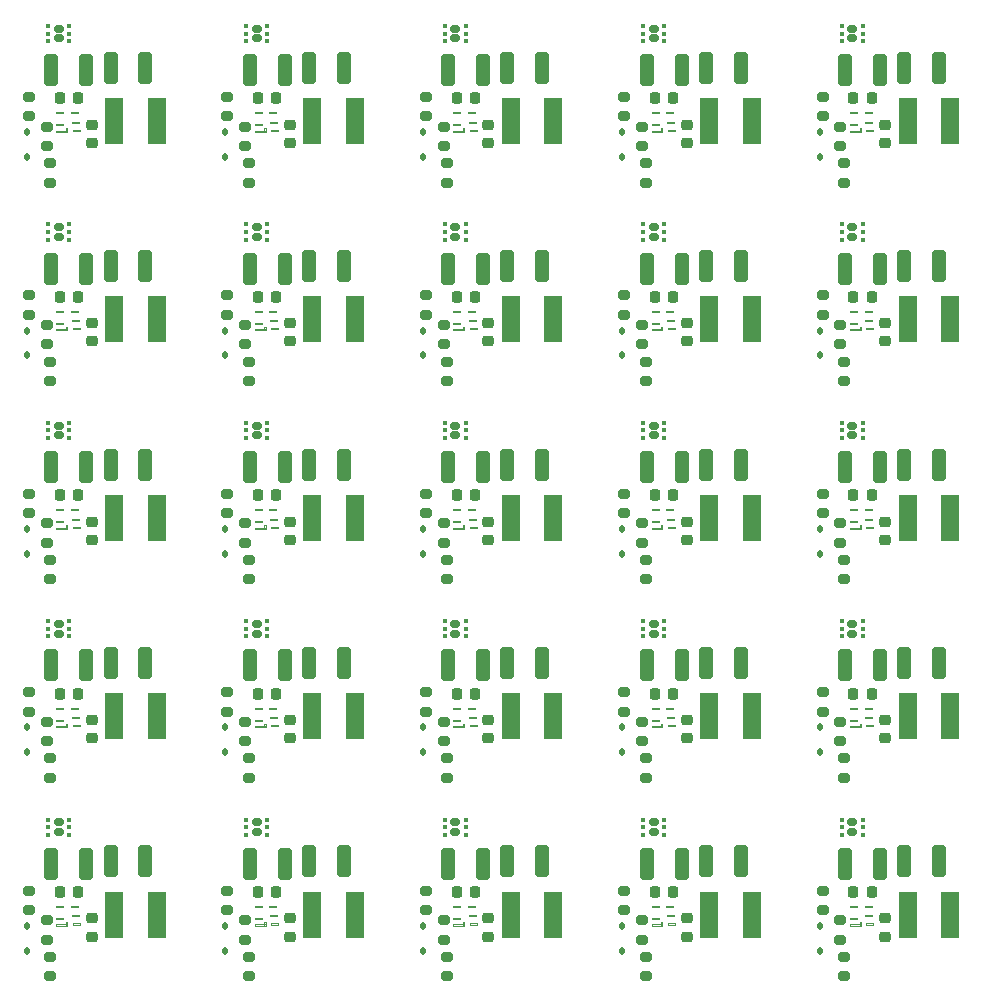
<source format=gtp>
G04 #@! TF.GenerationSoftware,KiCad,Pcbnew,7.0.9*
G04 #@! TF.CreationDate,2024-01-02T20:31:58+01:00*
G04 #@! TF.ProjectId,Nutzen,4e75747a-656e-42e6-9b69-6361645f7063,rev?*
G04 #@! TF.SameCoordinates,Original*
G04 #@! TF.FileFunction,Paste,Top*
G04 #@! TF.FilePolarity,Positive*
%FSLAX46Y46*%
G04 Gerber Fmt 4.6, Leading zero omitted, Abs format (unit mm)*
G04 Created by KiCad (PCBNEW 7.0.9) date 2024-01-02 20:31:58*
%MOMM*%
%LPD*%
G01*
G04 APERTURE LIST*
G04 Aperture macros list*
%AMRoundRect*
0 Rectangle with rounded corners*
0 $1 Rounding radius*
0 $2 $3 $4 $5 $6 $7 $8 $9 X,Y pos of 4 corners*
0 Add a 4 corners polygon primitive as box body*
4,1,4,$2,$3,$4,$5,$6,$7,$8,$9,$2,$3,0*
0 Add four circle primitives for the rounded corners*
1,1,$1+$1,$2,$3*
1,1,$1+$1,$4,$5*
1,1,$1+$1,$6,$7*
1,1,$1+$1,$8,$9*
0 Add four rect primitives between the rounded corners*
20,1,$1+$1,$2,$3,$4,$5,0*
20,1,$1+$1,$4,$5,$6,$7,0*
20,1,$1+$1,$6,$7,$8,$9,0*
20,1,$1+$1,$8,$9,$2,$3,0*%
G04 Aperture macros list end*
%ADD10C,0.100000*%
%ADD11RoundRect,0.225000X0.250000X-0.225000X0.250000X0.225000X-0.250000X0.225000X-0.250000X-0.225000X0*%
%ADD12RoundRect,0.225000X-0.225000X-0.250000X0.225000X-0.250000X0.225000X0.250000X-0.225000X0.250000X0*%
%ADD13RoundRect,0.250000X-0.325000X-1.100000X0.325000X-1.100000X0.325000X1.100000X-0.325000X1.100000X0*%
%ADD14RoundRect,0.200000X0.275000X-0.200000X0.275000X0.200000X-0.275000X0.200000X-0.275000X-0.200000X0*%
%ADD15RoundRect,0.050000X0.250000X0.050000X-0.250000X0.050000X-0.250000X-0.050000X0.250000X-0.050000X0*%
%ADD16RoundRect,0.050000X0.300000X0.050000X-0.300000X0.050000X-0.300000X-0.050000X0.300000X-0.050000X0*%
%ADD17RoundRect,0.160000X-0.245000X-0.160000X0.245000X-0.160000X0.245000X0.160000X-0.245000X0.160000X0*%
%ADD18RoundRect,0.093750X-0.093750X-0.106250X0.093750X-0.106250X0.093750X0.106250X-0.093750X0.106250X0*%
%ADD19RoundRect,0.112500X-0.112500X0.187500X-0.112500X-0.187500X0.112500X-0.187500X0.112500X0.187500X0*%
%ADD20RoundRect,0.200000X-0.275000X0.200000X-0.275000X-0.200000X0.275000X-0.200000X0.275000X0.200000X0*%
%ADD21R,1.500000X4.000000*%
G04 APERTURE END LIST*
D10*
X143350000Y-120500000D02*
X142750000Y-120500000D01*
X143350000Y-120400000D02*
X143350000Y-120500000D01*
X142750000Y-120500000D02*
X142750000Y-120400000D01*
X142750000Y-120400000D02*
X143350000Y-120400000D01*
X142275000Y-120575000D02*
X141375000Y-120575000D01*
X142275000Y-120275000D02*
X142275000Y-120575000D01*
X142175000Y-120575000D02*
X142175000Y-120275000D01*
X142175000Y-120275000D02*
X142275000Y-120275000D01*
X141375000Y-120575000D02*
X141375000Y-120475000D01*
X141375000Y-120475000D02*
X142275000Y-120475000D01*
X143350000Y-103700000D02*
X142750000Y-103700000D01*
X143350000Y-103600000D02*
X143350000Y-103700000D01*
X142750000Y-103700000D02*
X142750000Y-103600000D01*
X142750000Y-103600000D02*
X143350000Y-103600000D01*
X142275000Y-103775000D02*
X141375000Y-103775000D01*
X142275000Y-103475000D02*
X142275000Y-103775000D01*
X142175000Y-103775000D02*
X142175000Y-103475000D01*
X142175000Y-103475000D02*
X142275000Y-103475000D01*
X141375000Y-103775000D02*
X141375000Y-103675000D01*
X141375000Y-103675000D02*
X142275000Y-103675000D01*
X143350000Y-86900000D02*
X142750000Y-86900000D01*
X143350000Y-86800000D02*
X143350000Y-86900000D01*
X142750000Y-86900000D02*
X142750000Y-86800000D01*
X142750000Y-86800000D02*
X143350000Y-86800000D01*
X142275000Y-86975000D02*
X141375000Y-86975000D01*
X142275000Y-86675000D02*
X142275000Y-86975000D01*
X142175000Y-86975000D02*
X142175000Y-86675000D01*
X142175000Y-86675000D02*
X142275000Y-86675000D01*
X141375000Y-86975000D02*
X141375000Y-86875000D01*
X141375000Y-86875000D02*
X142275000Y-86875000D01*
X143350000Y-70100000D02*
X142750000Y-70100000D01*
X143350000Y-70000000D02*
X143350000Y-70100000D01*
X142750000Y-70100000D02*
X142750000Y-70000000D01*
X142750000Y-70000000D02*
X143350000Y-70000000D01*
X142275000Y-70175000D02*
X141375000Y-70175000D01*
X142275000Y-69875000D02*
X142275000Y-70175000D01*
X142175000Y-70175000D02*
X142175000Y-69875000D01*
X142175000Y-69875000D02*
X142275000Y-69875000D01*
X141375000Y-70175000D02*
X141375000Y-70075000D01*
X141375000Y-70075000D02*
X142275000Y-70075000D01*
X143350000Y-53300000D02*
X142750000Y-53300000D01*
X143350000Y-53200000D02*
X143350000Y-53300000D01*
X142750000Y-53300000D02*
X142750000Y-53200000D01*
X142750000Y-53200000D02*
X143350000Y-53200000D01*
X142275000Y-53375000D02*
X141375000Y-53375000D01*
X142275000Y-53075000D02*
X142275000Y-53375000D01*
X142175000Y-53375000D02*
X142175000Y-53075000D01*
X142175000Y-53075000D02*
X142275000Y-53075000D01*
X141375000Y-53375000D02*
X141375000Y-53275000D01*
X141375000Y-53275000D02*
X142275000Y-53275000D01*
X126550000Y-120500000D02*
X125950000Y-120500000D01*
X126550000Y-120400000D02*
X126550000Y-120500000D01*
X125950000Y-120500000D02*
X125950000Y-120400000D01*
X125950000Y-120400000D02*
X126550000Y-120400000D01*
X125475000Y-120575000D02*
X124575000Y-120575000D01*
X125475000Y-120275000D02*
X125475000Y-120575000D01*
X125375000Y-120575000D02*
X125375000Y-120275000D01*
X125375000Y-120275000D02*
X125475000Y-120275000D01*
X124575000Y-120575000D02*
X124575000Y-120475000D01*
X124575000Y-120475000D02*
X125475000Y-120475000D01*
X126550000Y-103700000D02*
X125950000Y-103700000D01*
X126550000Y-103600000D02*
X126550000Y-103700000D01*
X125950000Y-103700000D02*
X125950000Y-103600000D01*
X125950000Y-103600000D02*
X126550000Y-103600000D01*
X125475000Y-103775000D02*
X124575000Y-103775000D01*
X125475000Y-103475000D02*
X125475000Y-103775000D01*
X125375000Y-103775000D02*
X125375000Y-103475000D01*
X125375000Y-103475000D02*
X125475000Y-103475000D01*
X124575000Y-103775000D02*
X124575000Y-103675000D01*
X124575000Y-103675000D02*
X125475000Y-103675000D01*
X126550000Y-86900000D02*
X125950000Y-86900000D01*
X126550000Y-86800000D02*
X126550000Y-86900000D01*
X125950000Y-86900000D02*
X125950000Y-86800000D01*
X125950000Y-86800000D02*
X126550000Y-86800000D01*
X125475000Y-86975000D02*
X124575000Y-86975000D01*
X125475000Y-86675000D02*
X125475000Y-86975000D01*
X125375000Y-86975000D02*
X125375000Y-86675000D01*
X125375000Y-86675000D02*
X125475000Y-86675000D01*
X124575000Y-86975000D02*
X124575000Y-86875000D01*
X124575000Y-86875000D02*
X125475000Y-86875000D01*
X126550000Y-70100000D02*
X125950000Y-70100000D01*
X126550000Y-70000000D02*
X126550000Y-70100000D01*
X125950000Y-70100000D02*
X125950000Y-70000000D01*
X125950000Y-70000000D02*
X126550000Y-70000000D01*
X125475000Y-70175000D02*
X124575000Y-70175000D01*
X125475000Y-69875000D02*
X125475000Y-70175000D01*
X125375000Y-70175000D02*
X125375000Y-69875000D01*
X125375000Y-69875000D02*
X125475000Y-69875000D01*
X124575000Y-70175000D02*
X124575000Y-70075000D01*
X124575000Y-70075000D02*
X125475000Y-70075000D01*
X126550000Y-53300000D02*
X125950000Y-53300000D01*
X126550000Y-53200000D02*
X126550000Y-53300000D01*
X125950000Y-53300000D02*
X125950000Y-53200000D01*
X125950000Y-53200000D02*
X126550000Y-53200000D01*
X125475000Y-53375000D02*
X124575000Y-53375000D01*
X125475000Y-53075000D02*
X125475000Y-53375000D01*
X125375000Y-53375000D02*
X125375000Y-53075000D01*
X125375000Y-53075000D02*
X125475000Y-53075000D01*
X124575000Y-53375000D02*
X124575000Y-53275000D01*
X124575000Y-53275000D02*
X125475000Y-53275000D01*
X109750000Y-120500000D02*
X109150000Y-120500000D01*
X109750000Y-120400000D02*
X109750000Y-120500000D01*
X109150000Y-120500000D02*
X109150000Y-120400000D01*
X109150000Y-120400000D02*
X109750000Y-120400000D01*
X108675000Y-120575000D02*
X107775000Y-120575000D01*
X108675000Y-120275000D02*
X108675000Y-120575000D01*
X108575000Y-120575000D02*
X108575000Y-120275000D01*
X108575000Y-120275000D02*
X108675000Y-120275000D01*
X107775000Y-120575000D02*
X107775000Y-120475000D01*
X107775000Y-120475000D02*
X108675000Y-120475000D01*
X109750000Y-103700000D02*
X109150000Y-103700000D01*
X109750000Y-103600000D02*
X109750000Y-103700000D01*
X109150000Y-103700000D02*
X109150000Y-103600000D01*
X109150000Y-103600000D02*
X109750000Y-103600000D01*
X108675000Y-103775000D02*
X107775000Y-103775000D01*
X108675000Y-103475000D02*
X108675000Y-103775000D01*
X108575000Y-103775000D02*
X108575000Y-103475000D01*
X108575000Y-103475000D02*
X108675000Y-103475000D01*
X107775000Y-103775000D02*
X107775000Y-103675000D01*
X107775000Y-103675000D02*
X108675000Y-103675000D01*
X109750000Y-86900000D02*
X109150000Y-86900000D01*
X109750000Y-86800000D02*
X109750000Y-86900000D01*
X109150000Y-86900000D02*
X109150000Y-86800000D01*
X109150000Y-86800000D02*
X109750000Y-86800000D01*
X108675000Y-86975000D02*
X107775000Y-86975000D01*
X108675000Y-86675000D02*
X108675000Y-86975000D01*
X108575000Y-86975000D02*
X108575000Y-86675000D01*
X108575000Y-86675000D02*
X108675000Y-86675000D01*
X107775000Y-86975000D02*
X107775000Y-86875000D01*
X107775000Y-86875000D02*
X108675000Y-86875000D01*
X109750000Y-70100000D02*
X109150000Y-70100000D01*
X109750000Y-70000000D02*
X109750000Y-70100000D01*
X109150000Y-70100000D02*
X109150000Y-70000000D01*
X109150000Y-70000000D02*
X109750000Y-70000000D01*
X108675000Y-70175000D02*
X107775000Y-70175000D01*
X108675000Y-69875000D02*
X108675000Y-70175000D01*
X108575000Y-70175000D02*
X108575000Y-69875000D01*
X108575000Y-69875000D02*
X108675000Y-69875000D01*
X107775000Y-70175000D02*
X107775000Y-70075000D01*
X107775000Y-70075000D02*
X108675000Y-70075000D01*
X109750000Y-53300000D02*
X109150000Y-53300000D01*
X109750000Y-53200000D02*
X109750000Y-53300000D01*
X109150000Y-53300000D02*
X109150000Y-53200000D01*
X109150000Y-53200000D02*
X109750000Y-53200000D01*
X108675000Y-53375000D02*
X107775000Y-53375000D01*
X108675000Y-53075000D02*
X108675000Y-53375000D01*
X108575000Y-53375000D02*
X108575000Y-53075000D01*
X108575000Y-53075000D02*
X108675000Y-53075000D01*
X107775000Y-53375000D02*
X107775000Y-53275000D01*
X107775000Y-53275000D02*
X108675000Y-53275000D01*
X92950000Y-120500000D02*
X92350000Y-120500000D01*
X92950000Y-120400000D02*
X92950000Y-120500000D01*
X92350000Y-120500000D02*
X92350000Y-120400000D01*
X92350000Y-120400000D02*
X92950000Y-120400000D01*
X91875000Y-120575000D02*
X90975000Y-120575000D01*
X91875000Y-120275000D02*
X91875000Y-120575000D01*
X91775000Y-120575000D02*
X91775000Y-120275000D01*
X91775000Y-120275000D02*
X91875000Y-120275000D01*
X90975000Y-120575000D02*
X90975000Y-120475000D01*
X90975000Y-120475000D02*
X91875000Y-120475000D01*
X92950000Y-103700000D02*
X92350000Y-103700000D01*
X92950000Y-103600000D02*
X92950000Y-103700000D01*
X92350000Y-103700000D02*
X92350000Y-103600000D01*
X92350000Y-103600000D02*
X92950000Y-103600000D01*
X91875000Y-103775000D02*
X90975000Y-103775000D01*
X91875000Y-103475000D02*
X91875000Y-103775000D01*
X91775000Y-103775000D02*
X91775000Y-103475000D01*
X91775000Y-103475000D02*
X91875000Y-103475000D01*
X90975000Y-103775000D02*
X90975000Y-103675000D01*
X90975000Y-103675000D02*
X91875000Y-103675000D01*
X92950000Y-86900000D02*
X92350000Y-86900000D01*
X92950000Y-86800000D02*
X92950000Y-86900000D01*
X92350000Y-86900000D02*
X92350000Y-86800000D01*
X92350000Y-86800000D02*
X92950000Y-86800000D01*
X91875000Y-86975000D02*
X90975000Y-86975000D01*
X91875000Y-86675000D02*
X91875000Y-86975000D01*
X91775000Y-86975000D02*
X91775000Y-86675000D01*
X91775000Y-86675000D02*
X91875000Y-86675000D01*
X90975000Y-86975000D02*
X90975000Y-86875000D01*
X90975000Y-86875000D02*
X91875000Y-86875000D01*
X92950000Y-70100000D02*
X92350000Y-70100000D01*
X92950000Y-70000000D02*
X92950000Y-70100000D01*
X92350000Y-70100000D02*
X92350000Y-70000000D01*
X92350000Y-70000000D02*
X92950000Y-70000000D01*
X91875000Y-70175000D02*
X90975000Y-70175000D01*
X91875000Y-69875000D02*
X91875000Y-70175000D01*
X91775000Y-70175000D02*
X91775000Y-69875000D01*
X91775000Y-69875000D02*
X91875000Y-69875000D01*
X90975000Y-70175000D02*
X90975000Y-70075000D01*
X90975000Y-70075000D02*
X91875000Y-70075000D01*
X92950000Y-53300000D02*
X92350000Y-53300000D01*
X92950000Y-53200000D02*
X92950000Y-53300000D01*
X92350000Y-53300000D02*
X92350000Y-53200000D01*
X92350000Y-53200000D02*
X92950000Y-53200000D01*
X91875000Y-53375000D02*
X90975000Y-53375000D01*
X91875000Y-53075000D02*
X91875000Y-53375000D01*
X91775000Y-53375000D02*
X91775000Y-53075000D01*
X91775000Y-53075000D02*
X91875000Y-53075000D01*
X90975000Y-53375000D02*
X90975000Y-53275000D01*
X90975000Y-53275000D02*
X91875000Y-53275000D01*
X76150000Y-120500000D02*
X75550000Y-120500000D01*
X76150000Y-120400000D02*
X76150000Y-120500000D01*
X75550000Y-120500000D02*
X75550000Y-120400000D01*
X75550000Y-120400000D02*
X76150000Y-120400000D01*
X75075000Y-120575000D02*
X74175000Y-120575000D01*
X75075000Y-120275000D02*
X75075000Y-120575000D01*
X74975000Y-120575000D02*
X74975000Y-120275000D01*
X74975000Y-120275000D02*
X75075000Y-120275000D01*
X74175000Y-120575000D02*
X74175000Y-120475000D01*
X74175000Y-120475000D02*
X75075000Y-120475000D01*
X76150000Y-103700000D02*
X75550000Y-103700000D01*
X76150000Y-103600000D02*
X76150000Y-103700000D01*
X75550000Y-103700000D02*
X75550000Y-103600000D01*
X75550000Y-103600000D02*
X76150000Y-103600000D01*
X75075000Y-103775000D02*
X74175000Y-103775000D01*
X75075000Y-103475000D02*
X75075000Y-103775000D01*
X74975000Y-103775000D02*
X74975000Y-103475000D01*
X74975000Y-103475000D02*
X75075000Y-103475000D01*
X74175000Y-103775000D02*
X74175000Y-103675000D01*
X74175000Y-103675000D02*
X75075000Y-103675000D01*
X76150000Y-86900000D02*
X75550000Y-86900000D01*
X76150000Y-86800000D02*
X76150000Y-86900000D01*
X75550000Y-86900000D02*
X75550000Y-86800000D01*
X75550000Y-86800000D02*
X76150000Y-86800000D01*
X75075000Y-86975000D02*
X74175000Y-86975000D01*
X75075000Y-86675000D02*
X75075000Y-86975000D01*
X74975000Y-86975000D02*
X74975000Y-86675000D01*
X74975000Y-86675000D02*
X75075000Y-86675000D01*
X74175000Y-86975000D02*
X74175000Y-86875000D01*
X74175000Y-86875000D02*
X75075000Y-86875000D01*
X76150000Y-70100000D02*
X75550000Y-70100000D01*
X76150000Y-70000000D02*
X76150000Y-70100000D01*
X75550000Y-70100000D02*
X75550000Y-70000000D01*
X75550000Y-70000000D02*
X76150000Y-70000000D01*
X75075000Y-70175000D02*
X74175000Y-70175000D01*
X75075000Y-69875000D02*
X75075000Y-70175000D01*
X74975000Y-70175000D02*
X74975000Y-69875000D01*
X74975000Y-69875000D02*
X75075000Y-69875000D01*
X74175000Y-70175000D02*
X74175000Y-70075000D01*
X74175000Y-70075000D02*
X75075000Y-70075000D01*
X76150000Y-53300000D02*
X75550000Y-53300000D01*
X76150000Y-53200000D02*
X76150000Y-53300000D01*
X75550000Y-53300000D02*
X75550000Y-53200000D01*
X75550000Y-53200000D02*
X76150000Y-53200000D01*
X75075000Y-53375000D02*
X74175000Y-53375000D01*
X75075000Y-53075000D02*
X75075000Y-53375000D01*
X74975000Y-53375000D02*
X74975000Y-53075000D01*
X74975000Y-53075000D02*
X75075000Y-53075000D01*
X74175000Y-53375000D02*
X74175000Y-53275000D01*
X74175000Y-53275000D02*
X75075000Y-53275000D01*
D11*
X144350000Y-121525000D03*
X144350000Y-119975000D03*
D12*
X141650000Y-117750000D03*
X143200000Y-117750000D03*
D13*
X145950000Y-115150000D03*
X148900000Y-115150000D03*
D14*
X140550000Y-121775000D03*
X140550000Y-120125000D03*
D15*
X143000000Y-119800000D03*
D16*
X142950000Y-119000000D03*
D15*
X141700000Y-119000000D03*
X141700000Y-120025000D03*
D13*
X140950000Y-115350000D03*
X143900000Y-115350000D03*
D17*
X141550000Y-111850000D03*
X141550000Y-112650000D03*
D18*
X140662500Y-111600000D03*
X140662500Y-112250000D03*
X140662500Y-112900000D03*
X142437500Y-112900000D03*
X142437500Y-112250000D03*
X142437500Y-111600000D03*
D19*
X138850000Y-120600000D03*
X138850000Y-122700000D03*
D14*
X140850000Y-124875000D03*
X140850000Y-123225000D03*
D20*
X139050000Y-117625000D03*
X139050000Y-119275000D03*
D14*
X140550000Y-104975000D03*
X140550000Y-103325000D03*
D13*
X140950000Y-98550000D03*
X143900000Y-98550000D03*
D12*
X141650000Y-100950000D03*
X143200000Y-100950000D03*
D13*
X145950000Y-98350000D03*
X148900000Y-98350000D03*
D11*
X144350000Y-104725000D03*
X144350000Y-103175000D03*
D17*
X141550000Y-95050000D03*
X141550000Y-95850000D03*
D18*
X140662500Y-94800000D03*
X140662500Y-95450000D03*
X140662500Y-96100000D03*
X142437500Y-96100000D03*
X142437500Y-95450000D03*
X142437500Y-94800000D03*
D14*
X140850000Y-108075000D03*
X140850000Y-106425000D03*
D13*
X140950000Y-81750000D03*
X143900000Y-81750000D03*
D20*
X139050000Y-100825000D03*
X139050000Y-102475000D03*
D19*
X138850000Y-103800000D03*
X138850000Y-105900000D03*
D21*
X146250000Y-86050000D03*
X149850000Y-86050000D03*
X146250000Y-119650000D03*
X149850000Y-119650000D03*
D15*
X143000000Y-103000000D03*
D16*
X142950000Y-102200000D03*
D15*
X141700000Y-102200000D03*
X141700000Y-103225000D03*
D20*
X139050000Y-84025000D03*
X139050000Y-85675000D03*
D15*
X143000000Y-86200000D03*
D16*
X142950000Y-85400000D03*
D15*
X141700000Y-85400000D03*
X141700000Y-86425000D03*
D17*
X141550000Y-78250000D03*
X141550000Y-79050000D03*
D18*
X140662500Y-78000000D03*
X140662500Y-78650000D03*
X140662500Y-79300000D03*
X142437500Y-79300000D03*
X142437500Y-78650000D03*
X142437500Y-78000000D03*
D21*
X146250000Y-102850000D03*
X149850000Y-102850000D03*
D14*
X140550000Y-88175000D03*
X140550000Y-86525000D03*
D13*
X145950000Y-81550000D03*
X148900000Y-81550000D03*
D15*
X143000000Y-69400000D03*
D16*
X142950000Y-68600000D03*
D15*
X141700000Y-68600000D03*
X141700000Y-69625000D03*
D19*
X138850000Y-87000000D03*
X138850000Y-89100000D03*
D14*
X140550000Y-71375000D03*
X140550000Y-69725000D03*
D13*
X145950000Y-64750000D03*
X148900000Y-64750000D03*
D14*
X140850000Y-91275000D03*
X140850000Y-89625000D03*
D11*
X144350000Y-87925000D03*
X144350000Y-86375000D03*
D12*
X141650000Y-84150000D03*
X143200000Y-84150000D03*
D11*
X144350000Y-71125000D03*
X144350000Y-69575000D03*
D21*
X146250000Y-69250000D03*
X149850000Y-69250000D03*
D14*
X140850000Y-74475000D03*
X140850000Y-72825000D03*
D19*
X138850000Y-70200000D03*
X138850000Y-72300000D03*
D14*
X140550000Y-54575000D03*
X140550000Y-52925000D03*
D20*
X139050000Y-67225000D03*
X139050000Y-68875000D03*
D15*
X143000000Y-52600000D03*
D16*
X142950000Y-51800000D03*
D15*
X141700000Y-51800000D03*
X141700000Y-52825000D03*
D13*
X140950000Y-48150000D03*
X143900000Y-48150000D03*
D12*
X141650000Y-50550000D03*
X143200000Y-50550000D03*
D17*
X141550000Y-61450000D03*
X141550000Y-62250000D03*
D18*
X140662500Y-61200000D03*
X140662500Y-61850000D03*
X140662500Y-62500000D03*
X142437500Y-62500000D03*
X142437500Y-61850000D03*
X142437500Y-61200000D03*
D13*
X140950000Y-64950000D03*
X143900000Y-64950000D03*
X145950000Y-47950000D03*
X148900000Y-47950000D03*
D12*
X141650000Y-67350000D03*
X143200000Y-67350000D03*
D11*
X144350000Y-54325000D03*
X144350000Y-52775000D03*
D17*
X141550000Y-44650000D03*
X141550000Y-45450000D03*
D18*
X140662500Y-44400000D03*
X140662500Y-45050000D03*
X140662500Y-45700000D03*
X142437500Y-45700000D03*
X142437500Y-45050000D03*
X142437500Y-44400000D03*
D21*
X146250000Y-52450000D03*
X149850000Y-52450000D03*
D19*
X138850000Y-53400000D03*
X138850000Y-55500000D03*
D14*
X140850000Y-57675000D03*
X140850000Y-56025000D03*
D20*
X139050000Y-50425000D03*
X139050000Y-52075000D03*
D11*
X127550000Y-121525000D03*
X127550000Y-119975000D03*
D12*
X124850000Y-117750000D03*
X126400000Y-117750000D03*
D13*
X129150000Y-115150000D03*
X132100000Y-115150000D03*
D14*
X123750000Y-121775000D03*
X123750000Y-120125000D03*
D15*
X126200000Y-119800000D03*
D16*
X126150000Y-119000000D03*
D15*
X124900000Y-119000000D03*
X124900000Y-120025000D03*
D13*
X124150000Y-115350000D03*
X127100000Y-115350000D03*
D17*
X124750000Y-111850000D03*
X124750000Y-112650000D03*
D18*
X123862500Y-111600000D03*
X123862500Y-112250000D03*
X123862500Y-112900000D03*
X125637500Y-112900000D03*
X125637500Y-112250000D03*
X125637500Y-111600000D03*
D19*
X122050000Y-120600000D03*
X122050000Y-122700000D03*
D14*
X124050000Y-124875000D03*
X124050000Y-123225000D03*
D20*
X122250000Y-117625000D03*
X122250000Y-119275000D03*
D14*
X123750000Y-104975000D03*
X123750000Y-103325000D03*
D13*
X124150000Y-98550000D03*
X127100000Y-98550000D03*
D12*
X124850000Y-100950000D03*
X126400000Y-100950000D03*
D13*
X129150000Y-98350000D03*
X132100000Y-98350000D03*
D11*
X127550000Y-104725000D03*
X127550000Y-103175000D03*
D17*
X124750000Y-95050000D03*
X124750000Y-95850000D03*
D18*
X123862500Y-94800000D03*
X123862500Y-95450000D03*
X123862500Y-96100000D03*
X125637500Y-96100000D03*
X125637500Y-95450000D03*
X125637500Y-94800000D03*
D14*
X124050000Y-108075000D03*
X124050000Y-106425000D03*
D13*
X124150000Y-81750000D03*
X127100000Y-81750000D03*
D20*
X122250000Y-100825000D03*
X122250000Y-102475000D03*
D19*
X122050000Y-103800000D03*
X122050000Y-105900000D03*
D21*
X129450000Y-86050000D03*
X133050000Y-86050000D03*
X129450000Y-119650000D03*
X133050000Y-119650000D03*
D15*
X126200000Y-103000000D03*
D16*
X126150000Y-102200000D03*
D15*
X124900000Y-102200000D03*
X124900000Y-103225000D03*
D20*
X122250000Y-84025000D03*
X122250000Y-85675000D03*
D15*
X126200000Y-86200000D03*
D16*
X126150000Y-85400000D03*
D15*
X124900000Y-85400000D03*
X124900000Y-86425000D03*
D17*
X124750000Y-78250000D03*
X124750000Y-79050000D03*
D18*
X123862500Y-78000000D03*
X123862500Y-78650000D03*
X123862500Y-79300000D03*
X125637500Y-79300000D03*
X125637500Y-78650000D03*
X125637500Y-78000000D03*
D21*
X129450000Y-102850000D03*
X133050000Y-102850000D03*
D14*
X123750000Y-88175000D03*
X123750000Y-86525000D03*
D13*
X129150000Y-81550000D03*
X132100000Y-81550000D03*
D15*
X126200000Y-69400000D03*
D16*
X126150000Y-68600000D03*
D15*
X124900000Y-68600000D03*
X124900000Y-69625000D03*
D19*
X122050000Y-87000000D03*
X122050000Y-89100000D03*
D14*
X123750000Y-71375000D03*
X123750000Y-69725000D03*
D13*
X129150000Y-64750000D03*
X132100000Y-64750000D03*
D14*
X124050000Y-91275000D03*
X124050000Y-89625000D03*
D11*
X127550000Y-87925000D03*
X127550000Y-86375000D03*
D12*
X124850000Y-84150000D03*
X126400000Y-84150000D03*
D11*
X127550000Y-71125000D03*
X127550000Y-69575000D03*
D21*
X129450000Y-69250000D03*
X133050000Y-69250000D03*
D14*
X124050000Y-74475000D03*
X124050000Y-72825000D03*
D19*
X122050000Y-70200000D03*
X122050000Y-72300000D03*
D14*
X123750000Y-54575000D03*
X123750000Y-52925000D03*
D20*
X122250000Y-67225000D03*
X122250000Y-68875000D03*
D15*
X126200000Y-52600000D03*
D16*
X126150000Y-51800000D03*
D15*
X124900000Y-51800000D03*
X124900000Y-52825000D03*
D13*
X124150000Y-48150000D03*
X127100000Y-48150000D03*
D12*
X124850000Y-50550000D03*
X126400000Y-50550000D03*
D17*
X124750000Y-61450000D03*
X124750000Y-62250000D03*
D18*
X123862500Y-61200000D03*
X123862500Y-61850000D03*
X123862500Y-62500000D03*
X125637500Y-62500000D03*
X125637500Y-61850000D03*
X125637500Y-61200000D03*
D13*
X124150000Y-64950000D03*
X127100000Y-64950000D03*
X129150000Y-47950000D03*
X132100000Y-47950000D03*
D12*
X124850000Y-67350000D03*
X126400000Y-67350000D03*
D11*
X127550000Y-54325000D03*
X127550000Y-52775000D03*
D17*
X124750000Y-44650000D03*
X124750000Y-45450000D03*
D18*
X123862500Y-44400000D03*
X123862500Y-45050000D03*
X123862500Y-45700000D03*
X125637500Y-45700000D03*
X125637500Y-45050000D03*
X125637500Y-44400000D03*
D21*
X129450000Y-52450000D03*
X133050000Y-52450000D03*
D19*
X122050000Y-53400000D03*
X122050000Y-55500000D03*
D14*
X124050000Y-57675000D03*
X124050000Y-56025000D03*
D20*
X122250000Y-50425000D03*
X122250000Y-52075000D03*
D11*
X110750000Y-121525000D03*
X110750000Y-119975000D03*
D12*
X108050000Y-117750000D03*
X109600000Y-117750000D03*
D13*
X112350000Y-115150000D03*
X115300000Y-115150000D03*
D14*
X106950000Y-121775000D03*
X106950000Y-120125000D03*
D15*
X109400000Y-119800000D03*
D16*
X109350000Y-119000000D03*
D15*
X108100000Y-119000000D03*
X108100000Y-120025000D03*
D13*
X107350000Y-115350000D03*
X110300000Y-115350000D03*
D17*
X107950000Y-111850000D03*
X107950000Y-112650000D03*
D18*
X107062500Y-111600000D03*
X107062500Y-112250000D03*
X107062500Y-112900000D03*
X108837500Y-112900000D03*
X108837500Y-112250000D03*
X108837500Y-111600000D03*
D19*
X105250000Y-120600000D03*
X105250000Y-122700000D03*
D14*
X107250000Y-124875000D03*
X107250000Y-123225000D03*
D20*
X105450000Y-117625000D03*
X105450000Y-119275000D03*
D14*
X106950000Y-104975000D03*
X106950000Y-103325000D03*
D13*
X107350000Y-98550000D03*
X110300000Y-98550000D03*
D12*
X108050000Y-100950000D03*
X109600000Y-100950000D03*
D13*
X112350000Y-98350000D03*
X115300000Y-98350000D03*
D11*
X110750000Y-104725000D03*
X110750000Y-103175000D03*
D17*
X107950000Y-95050000D03*
X107950000Y-95850000D03*
D18*
X107062500Y-94800000D03*
X107062500Y-95450000D03*
X107062500Y-96100000D03*
X108837500Y-96100000D03*
X108837500Y-95450000D03*
X108837500Y-94800000D03*
D14*
X107250000Y-108075000D03*
X107250000Y-106425000D03*
D13*
X107350000Y-81750000D03*
X110300000Y-81750000D03*
D20*
X105450000Y-100825000D03*
X105450000Y-102475000D03*
D19*
X105250000Y-103800000D03*
X105250000Y-105900000D03*
D21*
X112650000Y-86050000D03*
X116250000Y-86050000D03*
X112650000Y-119650000D03*
X116250000Y-119650000D03*
D15*
X109400000Y-103000000D03*
D16*
X109350000Y-102200000D03*
D15*
X108100000Y-102200000D03*
X108100000Y-103225000D03*
D20*
X105450000Y-84025000D03*
X105450000Y-85675000D03*
D15*
X109400000Y-86200000D03*
D16*
X109350000Y-85400000D03*
D15*
X108100000Y-85400000D03*
X108100000Y-86425000D03*
D17*
X107950000Y-78250000D03*
X107950000Y-79050000D03*
D18*
X107062500Y-78000000D03*
X107062500Y-78650000D03*
X107062500Y-79300000D03*
X108837500Y-79300000D03*
X108837500Y-78650000D03*
X108837500Y-78000000D03*
D21*
X112650000Y-102850000D03*
X116250000Y-102850000D03*
D14*
X106950000Y-88175000D03*
X106950000Y-86525000D03*
D13*
X112350000Y-81550000D03*
X115300000Y-81550000D03*
D15*
X109400000Y-69400000D03*
D16*
X109350000Y-68600000D03*
D15*
X108100000Y-68600000D03*
X108100000Y-69625000D03*
D19*
X105250000Y-87000000D03*
X105250000Y-89100000D03*
D14*
X106950000Y-71375000D03*
X106950000Y-69725000D03*
D13*
X112350000Y-64750000D03*
X115300000Y-64750000D03*
D14*
X107250000Y-91275000D03*
X107250000Y-89625000D03*
D11*
X110750000Y-87925000D03*
X110750000Y-86375000D03*
D12*
X108050000Y-84150000D03*
X109600000Y-84150000D03*
D11*
X110750000Y-71125000D03*
X110750000Y-69575000D03*
D21*
X112650000Y-69250000D03*
X116250000Y-69250000D03*
D14*
X107250000Y-74475000D03*
X107250000Y-72825000D03*
D19*
X105250000Y-70200000D03*
X105250000Y-72300000D03*
D14*
X106950000Y-54575000D03*
X106950000Y-52925000D03*
D20*
X105450000Y-67225000D03*
X105450000Y-68875000D03*
D15*
X109400000Y-52600000D03*
D16*
X109350000Y-51800000D03*
D15*
X108100000Y-51800000D03*
X108100000Y-52825000D03*
D13*
X107350000Y-48150000D03*
X110300000Y-48150000D03*
D12*
X108050000Y-50550000D03*
X109600000Y-50550000D03*
D17*
X107950000Y-61450000D03*
X107950000Y-62250000D03*
D18*
X107062500Y-61200000D03*
X107062500Y-61850000D03*
X107062500Y-62500000D03*
X108837500Y-62500000D03*
X108837500Y-61850000D03*
X108837500Y-61200000D03*
D13*
X107350000Y-64950000D03*
X110300000Y-64950000D03*
X112350000Y-47950000D03*
X115300000Y-47950000D03*
D12*
X108050000Y-67350000D03*
X109600000Y-67350000D03*
D11*
X110750000Y-54325000D03*
X110750000Y-52775000D03*
D17*
X107950000Y-44650000D03*
X107950000Y-45450000D03*
D18*
X107062500Y-44400000D03*
X107062500Y-45050000D03*
X107062500Y-45700000D03*
X108837500Y-45700000D03*
X108837500Y-45050000D03*
X108837500Y-44400000D03*
D21*
X112650000Y-52450000D03*
X116250000Y-52450000D03*
D19*
X105250000Y-53400000D03*
X105250000Y-55500000D03*
D14*
X107250000Y-57675000D03*
X107250000Y-56025000D03*
D20*
X105450000Y-50425000D03*
X105450000Y-52075000D03*
D11*
X93950000Y-121525000D03*
X93950000Y-119975000D03*
D12*
X91250000Y-117750000D03*
X92800000Y-117750000D03*
D13*
X95550000Y-115150000D03*
X98500000Y-115150000D03*
D14*
X90150000Y-121775000D03*
X90150000Y-120125000D03*
D15*
X92600000Y-119800000D03*
D16*
X92550000Y-119000000D03*
D15*
X91300000Y-119000000D03*
X91300000Y-120025000D03*
D13*
X90550000Y-115350000D03*
X93500000Y-115350000D03*
D17*
X91150000Y-111850000D03*
X91150000Y-112650000D03*
D18*
X90262500Y-111600000D03*
X90262500Y-112250000D03*
X90262500Y-112900000D03*
X92037500Y-112900000D03*
X92037500Y-112250000D03*
X92037500Y-111600000D03*
D19*
X88450000Y-120600000D03*
X88450000Y-122700000D03*
D14*
X90450000Y-124875000D03*
X90450000Y-123225000D03*
D20*
X88650000Y-117625000D03*
X88650000Y-119275000D03*
D14*
X90150000Y-104975000D03*
X90150000Y-103325000D03*
D13*
X90550000Y-98550000D03*
X93500000Y-98550000D03*
D12*
X91250000Y-100950000D03*
X92800000Y-100950000D03*
D13*
X95550000Y-98350000D03*
X98500000Y-98350000D03*
D11*
X93950000Y-104725000D03*
X93950000Y-103175000D03*
D17*
X91150000Y-95050000D03*
X91150000Y-95850000D03*
D18*
X90262500Y-94800000D03*
X90262500Y-95450000D03*
X90262500Y-96100000D03*
X92037500Y-96100000D03*
X92037500Y-95450000D03*
X92037500Y-94800000D03*
D14*
X90450000Y-108075000D03*
X90450000Y-106425000D03*
D13*
X90550000Y-81750000D03*
X93500000Y-81750000D03*
D20*
X88650000Y-100825000D03*
X88650000Y-102475000D03*
D19*
X88450000Y-103800000D03*
X88450000Y-105900000D03*
D21*
X95850000Y-86050000D03*
X99450000Y-86050000D03*
X95850000Y-119650000D03*
X99450000Y-119650000D03*
D15*
X92600000Y-103000000D03*
D16*
X92550000Y-102200000D03*
D15*
X91300000Y-102200000D03*
X91300000Y-103225000D03*
D20*
X88650000Y-84025000D03*
X88650000Y-85675000D03*
D15*
X92600000Y-86200000D03*
D16*
X92550000Y-85400000D03*
D15*
X91300000Y-85400000D03*
X91300000Y-86425000D03*
D17*
X91150000Y-78250000D03*
X91150000Y-79050000D03*
D18*
X90262500Y-78000000D03*
X90262500Y-78650000D03*
X90262500Y-79300000D03*
X92037500Y-79300000D03*
X92037500Y-78650000D03*
X92037500Y-78000000D03*
D21*
X95850000Y-102850000D03*
X99450000Y-102850000D03*
D14*
X90150000Y-88175000D03*
X90150000Y-86525000D03*
D13*
X95550000Y-81550000D03*
X98500000Y-81550000D03*
D15*
X92600000Y-69400000D03*
D16*
X92550000Y-68600000D03*
D15*
X91300000Y-68600000D03*
X91300000Y-69625000D03*
D19*
X88450000Y-87000000D03*
X88450000Y-89100000D03*
D14*
X90150000Y-71375000D03*
X90150000Y-69725000D03*
D13*
X95550000Y-64750000D03*
X98500000Y-64750000D03*
D14*
X90450000Y-91275000D03*
X90450000Y-89625000D03*
D11*
X93950000Y-87925000D03*
X93950000Y-86375000D03*
D12*
X91250000Y-84150000D03*
X92800000Y-84150000D03*
D11*
X93950000Y-71125000D03*
X93950000Y-69575000D03*
D21*
X95850000Y-69250000D03*
X99450000Y-69250000D03*
D14*
X90450000Y-74475000D03*
X90450000Y-72825000D03*
D19*
X88450000Y-70200000D03*
X88450000Y-72300000D03*
D14*
X90150000Y-54575000D03*
X90150000Y-52925000D03*
D20*
X88650000Y-67225000D03*
X88650000Y-68875000D03*
D15*
X92600000Y-52600000D03*
D16*
X92550000Y-51800000D03*
D15*
X91300000Y-51800000D03*
X91300000Y-52825000D03*
D13*
X90550000Y-48150000D03*
X93500000Y-48150000D03*
D12*
X91250000Y-50550000D03*
X92800000Y-50550000D03*
D17*
X91150000Y-61450000D03*
X91150000Y-62250000D03*
D18*
X90262500Y-61200000D03*
X90262500Y-61850000D03*
X90262500Y-62500000D03*
X92037500Y-62500000D03*
X92037500Y-61850000D03*
X92037500Y-61200000D03*
D13*
X90550000Y-64950000D03*
X93500000Y-64950000D03*
X95550000Y-47950000D03*
X98500000Y-47950000D03*
D12*
X91250000Y-67350000D03*
X92800000Y-67350000D03*
D11*
X93950000Y-54325000D03*
X93950000Y-52775000D03*
D17*
X91150000Y-44650000D03*
X91150000Y-45450000D03*
D18*
X90262500Y-44400000D03*
X90262500Y-45050000D03*
X90262500Y-45700000D03*
X92037500Y-45700000D03*
X92037500Y-45050000D03*
X92037500Y-44400000D03*
D21*
X95850000Y-52450000D03*
X99450000Y-52450000D03*
D19*
X88450000Y-53400000D03*
X88450000Y-55500000D03*
D14*
X90450000Y-57675000D03*
X90450000Y-56025000D03*
D20*
X88650000Y-50425000D03*
X88650000Y-52075000D03*
D14*
X73350000Y-121775000D03*
X73350000Y-120125000D03*
D15*
X75800000Y-119800000D03*
D16*
X75750000Y-119000000D03*
D15*
X74500000Y-119000000D03*
X74500000Y-120025000D03*
D13*
X73750000Y-115350000D03*
X76700000Y-115350000D03*
D12*
X74450000Y-117750000D03*
X76000000Y-117750000D03*
D13*
X78750000Y-115150000D03*
X81700000Y-115150000D03*
D11*
X77150000Y-121525000D03*
X77150000Y-119975000D03*
D17*
X74350000Y-111850000D03*
X74350000Y-112650000D03*
D18*
X73462500Y-111600000D03*
X73462500Y-112250000D03*
X73462500Y-112900000D03*
X75237500Y-112900000D03*
X75237500Y-112250000D03*
X75237500Y-111600000D03*
D21*
X79050000Y-119650000D03*
X82650000Y-119650000D03*
D19*
X71650000Y-120600000D03*
X71650000Y-122700000D03*
D14*
X73650000Y-124875000D03*
X73650000Y-123225000D03*
D20*
X71850000Y-117625000D03*
X71850000Y-119275000D03*
D14*
X73350000Y-104975000D03*
X73350000Y-103325000D03*
D15*
X75800000Y-103000000D03*
D16*
X75750000Y-102200000D03*
D15*
X74500000Y-102200000D03*
X74500000Y-103225000D03*
D13*
X73750000Y-98550000D03*
X76700000Y-98550000D03*
D12*
X74450000Y-100950000D03*
X76000000Y-100950000D03*
D13*
X78750000Y-98350000D03*
X81700000Y-98350000D03*
D11*
X77150000Y-104725000D03*
X77150000Y-103175000D03*
D17*
X74350000Y-95050000D03*
X74350000Y-95850000D03*
D18*
X73462500Y-94800000D03*
X73462500Y-95450000D03*
X73462500Y-96100000D03*
X75237500Y-96100000D03*
X75237500Y-95450000D03*
X75237500Y-94800000D03*
D21*
X79050000Y-102850000D03*
X82650000Y-102850000D03*
D19*
X71650000Y-103800000D03*
X71650000Y-105900000D03*
D14*
X73650000Y-108075000D03*
X73650000Y-106425000D03*
D20*
X71850000Y-100825000D03*
X71850000Y-102475000D03*
D14*
X73350000Y-88175000D03*
X73350000Y-86525000D03*
D15*
X75800000Y-86200000D03*
D16*
X75750000Y-85400000D03*
D15*
X74500000Y-85400000D03*
X74500000Y-86425000D03*
D13*
X73750000Y-81750000D03*
X76700000Y-81750000D03*
D12*
X74450000Y-84150000D03*
X76000000Y-84150000D03*
D13*
X78750000Y-81550000D03*
X81700000Y-81550000D03*
D11*
X77150000Y-87925000D03*
X77150000Y-86375000D03*
D17*
X74350000Y-78250000D03*
X74350000Y-79050000D03*
D18*
X73462500Y-78000000D03*
X73462500Y-78650000D03*
X73462500Y-79300000D03*
X75237500Y-79300000D03*
X75237500Y-78650000D03*
X75237500Y-78000000D03*
D21*
X79050000Y-86050000D03*
X82650000Y-86050000D03*
D19*
X71650000Y-87000000D03*
X71650000Y-89100000D03*
D14*
X73650000Y-91275000D03*
X73650000Y-89625000D03*
D20*
X71850000Y-84025000D03*
X71850000Y-85675000D03*
D14*
X73350000Y-71375000D03*
X73350000Y-69725000D03*
D15*
X75800000Y-69400000D03*
D16*
X75750000Y-68600000D03*
D15*
X74500000Y-68600000D03*
X74500000Y-69625000D03*
D13*
X73750000Y-64950000D03*
X76700000Y-64950000D03*
D12*
X74450000Y-67350000D03*
X76000000Y-67350000D03*
D13*
X78750000Y-64750000D03*
X81700000Y-64750000D03*
D11*
X77150000Y-71125000D03*
X77150000Y-69575000D03*
D17*
X74350000Y-61450000D03*
X74350000Y-62250000D03*
D18*
X73462500Y-61200000D03*
X73462500Y-61850000D03*
X73462500Y-62500000D03*
X75237500Y-62500000D03*
X75237500Y-61850000D03*
X75237500Y-61200000D03*
D21*
X79050000Y-69250000D03*
X82650000Y-69250000D03*
D19*
X71650000Y-70200000D03*
X71650000Y-72300000D03*
D14*
X73650000Y-74475000D03*
X73650000Y-72825000D03*
D20*
X71850000Y-67225000D03*
X71850000Y-68875000D03*
D15*
X75800000Y-52600000D03*
D16*
X75750000Y-51800000D03*
D15*
X74500000Y-51800000D03*
X74500000Y-52825000D03*
D12*
X74450000Y-50550000D03*
X76000000Y-50550000D03*
D11*
X77150000Y-54325000D03*
X77150000Y-52775000D03*
D13*
X73750000Y-48150000D03*
X76700000Y-48150000D03*
X78750000Y-47950000D03*
X81700000Y-47950000D03*
D14*
X73350000Y-54575000D03*
X73350000Y-52925000D03*
D17*
X74350000Y-44650000D03*
X74350000Y-45450000D03*
D18*
X73462500Y-44400000D03*
X73462500Y-45050000D03*
X73462500Y-45700000D03*
X75237500Y-45700000D03*
X75237500Y-45050000D03*
X75237500Y-44400000D03*
D21*
X79050000Y-52450000D03*
X82650000Y-52450000D03*
D19*
X71650000Y-53400000D03*
X71650000Y-55500000D03*
D14*
X73650000Y-57675000D03*
X73650000Y-56025000D03*
D20*
X71850000Y-50425000D03*
X71850000Y-52075000D03*
M02*

</source>
